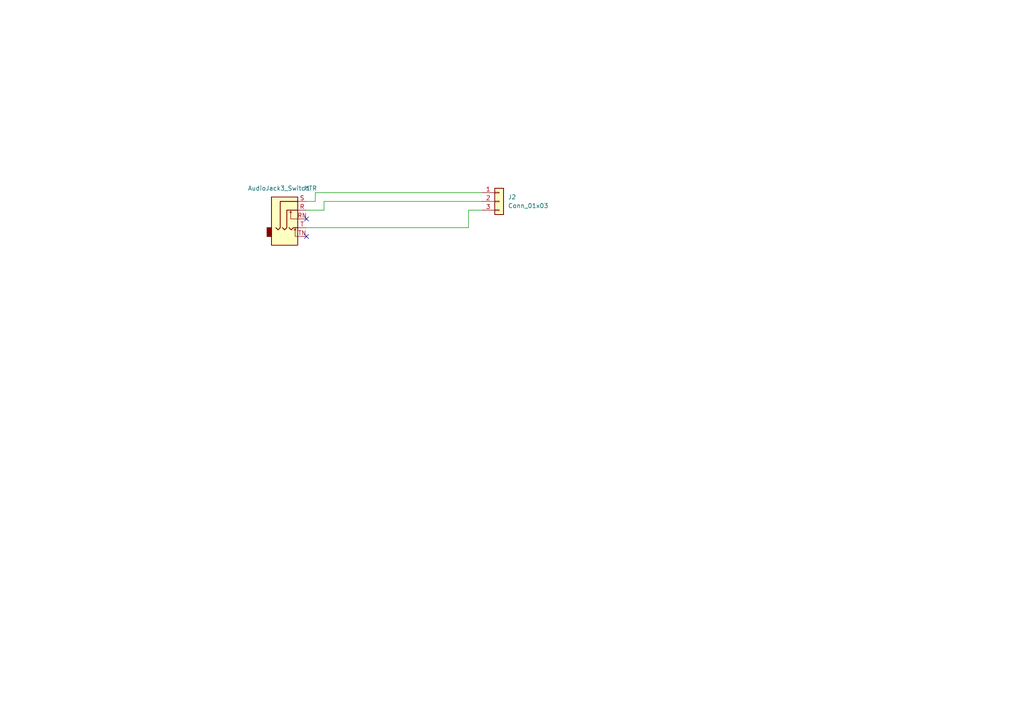
<source format=kicad_sch>
(kicad_sch (version 20230121) (generator eeschema)

  (uuid e63e39d7-6ac0-4ffd-8aa3-1841a4541b55)

  (paper "A4")

  (lib_symbols
    (symbol "Connector_Audio:AudioJack3_SwitchTR" (in_bom yes) (on_board yes)
      (property "Reference" "J" (at 0 8.89 0)
        (effects (font (size 1.27 1.27)))
      )
      (property "Value" "AudioJack3_SwitchTR" (at 0 6.35 0)
        (effects (font (size 1.27 1.27)))
      )
      (property "Footprint" "" (at 0 0 0)
        (effects (font (size 1.27 1.27)) hide)
      )
      (property "Datasheet" "~" (at 0 0 0)
        (effects (font (size 1.27 1.27)) hide)
      )
      (property "ki_keywords" "audio jack receptacle stereo headphones phones TRS connector" (at 0 0 0)
        (effects (font (size 1.27 1.27)) hide)
      )
      (property "ki_description" "Audio Jack, 3 Poles (Stereo / TRS), Switched TR Poles (Normalling)" (at 0 0 0)
        (effects (font (size 1.27 1.27)) hide)
      )
      (property "ki_fp_filters" "Jack*" (at 0 0 0)
        (effects (font (size 1.27 1.27)) hide)
      )
      (symbol "AudioJack3_SwitchTR_0_1"
        (rectangle (start -5.08 -5.08) (end -6.35 -7.62)
          (stroke (width 0.254) (type default))
          (fill (type outline))
        )
        (polyline
          (pts
            (xy 0.508 -0.254)
            (xy 0.762 -0.762)
          )
          (stroke (width 0) (type default))
          (fill (type none))
        )
        (polyline
          (pts
            (xy 1.778 -5.334)
            (xy 2.032 -5.842)
          )
          (stroke (width 0) (type default))
          (fill (type none))
        )
        (polyline
          (pts
            (xy 0 -5.08)
            (xy 0.635 -5.715)
            (xy 1.27 -5.08)
            (xy 2.54 -5.08)
          )
          (stroke (width 0.254) (type default))
          (fill (type none))
        )
        (polyline
          (pts
            (xy 2.54 -7.62)
            (xy 1.778 -7.62)
            (xy 1.778 -5.334)
            (xy 1.524 -5.842)
          )
          (stroke (width 0) (type default))
          (fill (type none))
        )
        (polyline
          (pts
            (xy 2.54 -2.54)
            (xy 0.508 -2.54)
            (xy 0.508 -0.254)
            (xy 0.254 -0.762)
          )
          (stroke (width 0) (type default))
          (fill (type none))
        )
        (polyline
          (pts
            (xy -1.905 -5.08)
            (xy -1.27 -5.715)
            (xy -0.635 -5.08)
            (xy -0.635 0)
            (xy 2.54 0)
          )
          (stroke (width 0.254) (type default))
          (fill (type none))
        )
        (polyline
          (pts
            (xy 2.54 2.54)
            (xy -2.54 2.54)
            (xy -2.54 -5.08)
            (xy -3.175 -5.715)
            (xy -3.81 -5.08)
          )
          (stroke (width 0.254) (type default))
          (fill (type none))
        )
        (rectangle (start 2.54 3.81) (end -5.08 -10.16)
          (stroke (width 0.254) (type default))
          (fill (type background))
        )
      )
      (symbol "AudioJack3_SwitchTR_1_1"
        (pin passive line (at 5.08 0 180) (length 2.54)
          (name "~" (effects (font (size 1.27 1.27))))
          (number "R" (effects (font (size 1.27 1.27))))
        )
        (pin passive line (at 5.08 -2.54 180) (length 2.54)
          (name "~" (effects (font (size 1.27 1.27))))
          (number "RN" (effects (font (size 1.27 1.27))))
        )
        (pin passive line (at 5.08 2.54 180) (length 2.54)
          (name "~" (effects (font (size 1.27 1.27))))
          (number "S" (effects (font (size 1.27 1.27))))
        )
        (pin passive line (at 5.08 -5.08 180) (length 2.54)
          (name "~" (effects (font (size 1.27 1.27))))
          (number "T" (effects (font (size 1.27 1.27))))
        )
        (pin passive line (at 5.08 -7.62 180) (length 2.54)
          (name "~" (effects (font (size 1.27 1.27))))
          (number "TN" (effects (font (size 1.27 1.27))))
        )
      )
    )
    (symbol "Connector_Generic:Conn_01x03" (pin_names (offset 1.016) hide) (in_bom yes) (on_board yes)
      (property "Reference" "J" (at 0 5.08 0)
        (effects (font (size 1.27 1.27)))
      )
      (property "Value" "Conn_01x03" (at 0 -5.08 0)
        (effects (font (size 1.27 1.27)))
      )
      (property "Footprint" "" (at 0 0 0)
        (effects (font (size 1.27 1.27)) hide)
      )
      (property "Datasheet" "~" (at 0 0 0)
        (effects (font (size 1.27 1.27)) hide)
      )
      (property "ki_keywords" "connector" (at 0 0 0)
        (effects (font (size 1.27 1.27)) hide)
      )
      (property "ki_description" "Generic connector, single row, 01x03, script generated (kicad-library-utils/schlib/autogen/connector/)" (at 0 0 0)
        (effects (font (size 1.27 1.27)) hide)
      )
      (property "ki_fp_filters" "Connector*:*_1x??_*" (at 0 0 0)
        (effects (font (size 1.27 1.27)) hide)
      )
      (symbol "Conn_01x03_1_1"
        (rectangle (start -1.27 -2.413) (end 0 -2.667)
          (stroke (width 0.1524) (type default))
          (fill (type none))
        )
        (rectangle (start -1.27 0.127) (end 0 -0.127)
          (stroke (width 0.1524) (type default))
          (fill (type none))
        )
        (rectangle (start -1.27 2.667) (end 0 2.413)
          (stroke (width 0.1524) (type default))
          (fill (type none))
        )
        (rectangle (start -1.27 3.81) (end 1.27 -3.81)
          (stroke (width 0.254) (type default))
          (fill (type background))
        )
        (pin passive line (at -5.08 2.54 0) (length 3.81)
          (name "Pin_1" (effects (font (size 1.27 1.27))))
          (number "1" (effects (font (size 1.27 1.27))))
        )
        (pin passive line (at -5.08 0 0) (length 3.81)
          (name "Pin_2" (effects (font (size 1.27 1.27))))
          (number "2" (effects (font (size 1.27 1.27))))
        )
        (pin passive line (at -5.08 -2.54 0) (length 3.81)
          (name "Pin_3" (effects (font (size 1.27 1.27))))
          (number "3" (effects (font (size 1.27 1.27))))
        )
      )
    )
  )


  (no_connect (at 88.9 63.5) (uuid bb56d7a4-02e8-4116-8243-fe9d2487f5e2))
  (no_connect (at 88.9 68.58) (uuid ec076cd3-4be1-417f-bc0a-d9ed86c74905))

  (wire (pts (xy 139.7 58.42) (xy 93.98 58.42))
    (stroke (width 0) (type default))
    (uuid 24e500ae-8131-487b-aaa4-86ebc0a886a9)
  )
  (wire (pts (xy 91.44 55.88) (xy 139.7 55.88))
    (stroke (width 0) (type default))
    (uuid 274f63d4-0500-4b94-a36d-908434814d43)
  )
  (wire (pts (xy 135.89 60.96) (xy 139.7 60.96))
    (stroke (width 0) (type default))
    (uuid 2c83fb58-ffd2-4810-b224-c781a8e72bb7)
  )
  (wire (pts (xy 93.98 60.96) (xy 88.9 60.96))
    (stroke (width 0) (type default))
    (uuid 36de7f16-4846-40fd-97c1-f807b7b83f9a)
  )
  (wire (pts (xy 88.9 66.04) (xy 135.89 66.04))
    (stroke (width 0) (type default))
    (uuid 7bf8664b-af09-47ae-9143-7dd195ea548f)
  )
  (wire (pts (xy 93.98 58.42) (xy 93.98 60.96))
    (stroke (width 0) (type default))
    (uuid 87820b58-b9ff-40c0-b480-370f14a8ed20)
  )
  (wire (pts (xy 91.44 58.42) (xy 91.44 55.88))
    (stroke (width 0) (type default))
    (uuid d83e2ed8-b79c-4a65-a5f8-c23f67c32cd5)
  )
  (wire (pts (xy 135.89 66.04) (xy 135.89 60.96))
    (stroke (width 0) (type default))
    (uuid f578d43d-0b1e-42f3-9a0d-9f09b249f0f8)
  )
  (wire (pts (xy 88.9 58.42) (xy 91.44 58.42))
    (stroke (width 0) (type default))
    (uuid f94a6065-f55c-4015-847e-607c4e6c3a40)
  )

  (symbol (lib_id "Connector_Audio:AudioJack3_SwitchTR") (at 83.82 60.96 0) (unit 1)
    (in_bom yes) (on_board yes) (dnp no)
    (uuid 2d99e651-7359-48a8-bff2-c77ef509625b)
    (property "Reference" "J1" (at 88.9 54.61 0)
      (effects (font (size 1.27 1.27)))
    )
    (property "Value" "AudioJack3_SwitchTR" (at 81.915 54.61 0)
      (effects (font (size 1.27 1.27)))
    )
    (property "Footprint" "Connector_Audio:Jack_3.5mm_CUI_SJ1-3525N_Horizontal" (at 83.82 60.96 0)
      (effects (font (size 1.27 1.27)) hide)
    )
    (property "Datasheet" "~" (at 83.82 60.96 0)
      (effects (font (size 1.27 1.27)) hide)
    )
    (pin "R" (uuid a6966fab-72cf-452e-b110-b6092ce15eac))
    (pin "RN" (uuid 8ce71d09-c36c-4c31-806f-b5b195086083))
    (pin "S" (uuid d9d2bdcc-db4a-4aab-8de6-88233dfd3f85))
    (pin "T" (uuid 446907a2-7f9b-41ec-9ce0-e2bba673bc93))
    (pin "TN" (uuid 3aa1084c-7b4a-4af4-845e-62f7a8c14ff3))
    (instances
      (project "speaker_ptt_board"
        (path "/e63e39d7-6ac0-4ffd-8aa3-1841a4541b55"
          (reference "J1") (unit 1)
        )
      )
    )
  )

  (symbol (lib_id "Connector_Generic:Conn_01x03") (at 144.78 58.42 0) (unit 1)
    (in_bom yes) (on_board yes) (dnp no) (fields_autoplaced)
    (uuid df3fe789-350e-4741-90b5-a7f8385fce59)
    (property "Reference" "J2" (at 147.32 57.15 0)
      (effects (font (size 1.27 1.27)) (justify left))
    )
    (property "Value" "Conn_01x03" (at 147.32 59.69 0)
      (effects (font (size 1.27 1.27)) (justify left))
    )
    (property "Footprint" "Connector_Harwin:Harwin_M20-89003xx_1x03_P2.54mm_Horizontal" (at 144.78 58.42 0)
      (effects (font (size 1.27 1.27)) hide)
    )
    (property "Datasheet" "~" (at 144.78 58.42 0)
      (effects (font (size 1.27 1.27)) hide)
    )
    (pin "1" (uuid 289d1eeb-7c02-4001-ae3f-006a1bdccf76))
    (pin "2" (uuid 1fe99636-4da4-465d-8718-74e94fe5ed43))
    (pin "3" (uuid ddba6b40-2b77-4c2c-abb8-00f338a54fa4))
    (instances
      (project "speaker_ptt_board"
        (path "/e63e39d7-6ac0-4ffd-8aa3-1841a4541b55"
          (reference "J2") (unit 1)
        )
      )
    )
  )

  (sheet_instances
    (path "/" (page "1"))
  )
)

</source>
